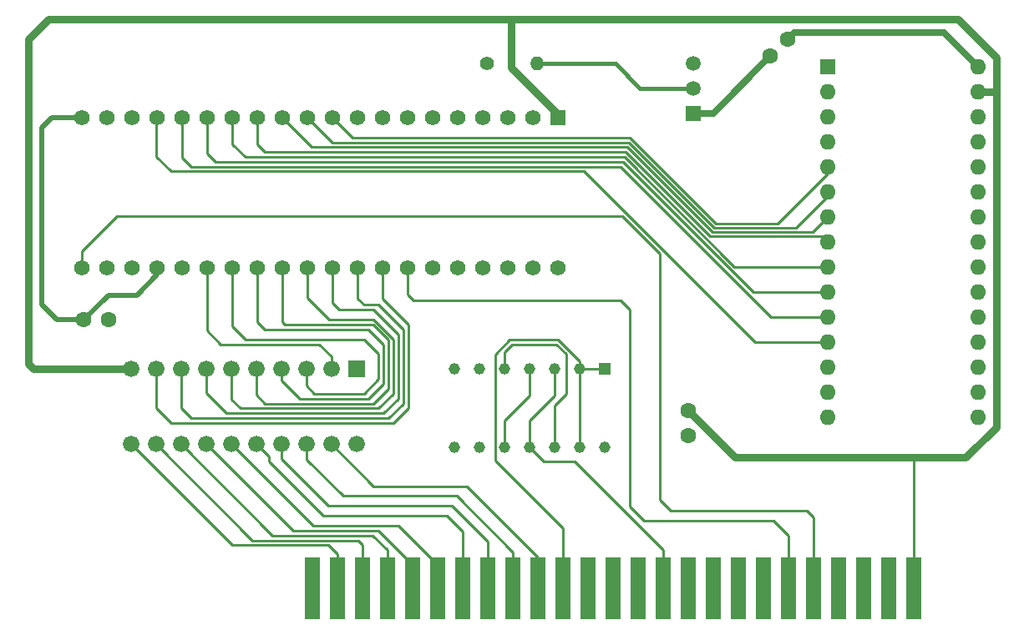
<source format=gbr>
G04 #@! TF.GenerationSoftware,KiCad,Pcbnew,8.99.0-unknown-5c22162d85~178~ubuntu22.04.1*
G04 #@! TF.CreationDate,2024-07-16T15:48:16+01:00*
G04 #@! TF.ProjectId,Leguino,4c656775-696e-46f2-9e6b-696361645f70,1.0.1*
G04 #@! TF.SameCoordinates,Original*
G04 #@! TF.FileFunction,Copper,L2,Bot*
G04 #@! TF.FilePolarity,Positive*
%FSLAX46Y46*%
G04 Gerber Fmt 4.6, Leading zero omitted, Abs format (unit mm)*
G04 Created by KiCad (PCBNEW 8.99.0-unknown-5c22162d85~178~ubuntu22.04.1) date 2024-07-16 15:48:16*
%MOMM*%
%LPD*%
G01*
G04 APERTURE LIST*
G04 #@! TA.AperFunction,SMDPad,CuDef*
%ADD10R,1.524000X6.350000*%
G04 #@! TD*
G04 #@! TA.AperFunction,ComponentPad*
%ADD11C,1.400000*%
G04 #@! TD*
G04 #@! TA.AperFunction,ComponentPad*
%ADD12O,1.400000X1.400000*%
G04 #@! TD*
G04 #@! TA.AperFunction,ComponentPad*
%ADD13C,1.575000*%
G04 #@! TD*
G04 #@! TA.AperFunction,ComponentPad*
%ADD14R,1.575000X1.575000*%
G04 #@! TD*
G04 #@! TA.AperFunction,ComponentPad*
%ADD15R,1.500000X1.500000*%
G04 #@! TD*
G04 #@! TA.AperFunction,ComponentPad*
%ADD16C,1.500000*%
G04 #@! TD*
G04 #@! TA.AperFunction,ComponentPad*
%ADD17R,1.170000X1.170000*%
G04 #@! TD*
G04 #@! TA.AperFunction,ComponentPad*
%ADD18C,1.170000*%
G04 #@! TD*
G04 #@! TA.AperFunction,ComponentPad*
%ADD19R,1.676400X1.676400*%
G04 #@! TD*
G04 #@! TA.AperFunction,ComponentPad*
%ADD20C,1.676400*%
G04 #@! TD*
G04 #@! TA.AperFunction,ComponentPad*
%ADD21R,1.600000X1.600000*%
G04 #@! TD*
G04 #@! TA.AperFunction,ComponentPad*
%ADD22O,1.600000X1.600000*%
G04 #@! TD*
G04 #@! TA.AperFunction,ComponentPad*
%ADD23C,1.600000*%
G04 #@! TD*
G04 #@! TA.AperFunction,Conductor*
%ADD24C,0.250000*%
G04 #@! TD*
G04 #@! TA.AperFunction,Conductor*
%ADD25C,0.700000*%
G04 #@! TD*
G04 #@! TA.AperFunction,Conductor*
%ADD26C,0.800000*%
G04 #@! TD*
G04 #@! TA.AperFunction,Conductor*
%ADD27C,0.500000*%
G04 #@! TD*
G04 #@! TA.AperFunction,Conductor*
%ADD28C,0.400000*%
G04 #@! TD*
G04 APERTURE END LIST*
D10*
X231140000Y-128397000D03*
X228600000Y-128397000D03*
X226060000Y-128397000D03*
X223520000Y-128397000D03*
X220980000Y-128397000D03*
X218440000Y-128397000D03*
X215900000Y-128397000D03*
X213360000Y-128397000D03*
X210820000Y-128397000D03*
X208280000Y-128397000D03*
X205740000Y-128397000D03*
X203200000Y-128397000D03*
X200660000Y-128397000D03*
X198120000Y-128397000D03*
X195580000Y-128397000D03*
X193040000Y-128397000D03*
X190500000Y-128397000D03*
X187960000Y-128397000D03*
X185420000Y-128397000D03*
X182880000Y-128397000D03*
X180340000Y-128397000D03*
X177800000Y-128397000D03*
X175260000Y-128397000D03*
X172720000Y-128397000D03*
X170180000Y-128397000D03*
D11*
X187846396Y-75113604D03*
D12*
X192926396Y-75113604D03*
D13*
X146814490Y-80613604D03*
X156974490Y-95853604D03*
X189994490Y-80613604D03*
X187454490Y-80613604D03*
X184914490Y-80613604D03*
X182374490Y-80613604D03*
X179834490Y-80613604D03*
X177294490Y-80613604D03*
X174754490Y-80613604D03*
X146814490Y-95853604D03*
X149354490Y-95853604D03*
X151894490Y-95853604D03*
X179834490Y-95853604D03*
X182374490Y-95853604D03*
X184914490Y-95853604D03*
X187454490Y-95853604D03*
X189994490Y-95853604D03*
X192534490Y-95853604D03*
X195074490Y-95853604D03*
X151894490Y-80613604D03*
X149354490Y-80613604D03*
X154434490Y-95853604D03*
X177294490Y-95853604D03*
X174754490Y-95853604D03*
X172214490Y-95853604D03*
X169674490Y-95853604D03*
X167134490Y-95853604D03*
X164594490Y-95853604D03*
X162054490Y-95853604D03*
X159514490Y-95853604D03*
X192534490Y-80613604D03*
X172214490Y-80613604D03*
X169674490Y-80613604D03*
X167134490Y-80613604D03*
X164594490Y-80613604D03*
X162054490Y-80613604D03*
X159514490Y-80613604D03*
X156974490Y-80613604D03*
X154434490Y-80613604D03*
D14*
X195074490Y-80613604D03*
D15*
X208746396Y-80153604D03*
D16*
X208746396Y-77613604D03*
X208746396Y-75073604D03*
D17*
X199794490Y-106113604D03*
D18*
X197254490Y-106113604D03*
X194714490Y-106113604D03*
X192174490Y-106113604D03*
X189634490Y-106113604D03*
X187094490Y-106113604D03*
X184554490Y-106113604D03*
X184554490Y-114053604D03*
X187094490Y-114053604D03*
X189634490Y-114053604D03*
X192174490Y-114053604D03*
X194714490Y-114053604D03*
X197254490Y-114053604D03*
X199794490Y-114053604D03*
D19*
X174666396Y-106113604D03*
D20*
X172126396Y-106113604D03*
X169586396Y-106113604D03*
X167046396Y-106113604D03*
X164506396Y-106113604D03*
X161966396Y-106113604D03*
X159426396Y-106113604D03*
X156886396Y-106113604D03*
X154346396Y-106113604D03*
X151806396Y-106113604D03*
X151806396Y-113733604D03*
X154346396Y-113733604D03*
X156886396Y-113733604D03*
X159426396Y-113733604D03*
X161966396Y-113733604D03*
X164506396Y-113733604D03*
X167046396Y-113733604D03*
X169586396Y-113733604D03*
X172126396Y-113733604D03*
X174666396Y-113733604D03*
D21*
X222390000Y-75450000D03*
D22*
X222390000Y-77990000D03*
X222390000Y-80530000D03*
X222390000Y-83070000D03*
X222390000Y-85610000D03*
X222390000Y-88150000D03*
X222390000Y-90690000D03*
X222390000Y-93230000D03*
X222390000Y-95770000D03*
X222390000Y-98310000D03*
X222390000Y-100850000D03*
X222390000Y-103390000D03*
X222390000Y-105930000D03*
X222390000Y-108470000D03*
X222390000Y-111010000D03*
X237630000Y-111010000D03*
X237630000Y-108470000D03*
X237630000Y-105930000D03*
X237630000Y-103390000D03*
X237630000Y-100850000D03*
X237630000Y-98310000D03*
X237630000Y-95770000D03*
X237630000Y-93230000D03*
X237630000Y-90690000D03*
X237630000Y-88150000D03*
X237630000Y-85610000D03*
X237630000Y-83070000D03*
X237630000Y-80530000D03*
X237630000Y-77990000D03*
X237630000Y-75450000D03*
D23*
X208254490Y-110363604D03*
X208254490Y-112863604D03*
X216616116Y-74383884D03*
X218383883Y-72616117D03*
X147004490Y-101113604D03*
X149504490Y-101113604D03*
D24*
X162054490Y-101781698D02*
X163386396Y-103113604D01*
X176386396Y-109613604D02*
X165386396Y-109613604D01*
X194714490Y-114053604D02*
X194714490Y-109785510D01*
X179386396Y-109613604D02*
X177886396Y-111113604D01*
X169586396Y-107813604D02*
X169586396Y-106113604D01*
X167134490Y-95853604D02*
X167134490Y-101361698D01*
X174754490Y-95853604D02*
X174754490Y-98981698D01*
X176386396Y-101613604D02*
X177886396Y-103113604D01*
X159426396Y-108573604D02*
X159426396Y-106113604D01*
X179886396Y-110113604D02*
X178386396Y-111613604D01*
X177886396Y-111113604D02*
X157886396Y-111113604D01*
X189634490Y-104365510D02*
X189634490Y-106113604D01*
X172214490Y-95853604D02*
X172214490Y-99441698D01*
X167134490Y-101361698D02*
X167386396Y-101613604D01*
X175886396Y-109113604D02*
X168886396Y-109113604D01*
X167046396Y-107273604D02*
X167046396Y-106113604D01*
X177386396Y-103613604D02*
X177386396Y-107613604D01*
X177294490Y-99021698D02*
X179886396Y-101613604D01*
X175386396Y-103113604D02*
X176886396Y-104613604D01*
X176886396Y-107113604D02*
X175386396Y-108613604D01*
X160886396Y-103613604D02*
X159514490Y-102241698D01*
X172214490Y-99441698D02*
X172886396Y-100113604D01*
X174754490Y-98981698D02*
X175386396Y-99613604D01*
D25*
X219000000Y-72000000D02*
X234180000Y-72000000D01*
D24*
X162054490Y-95853604D02*
X162054490Y-101781698D01*
X156886396Y-110113604D02*
X157886396Y-111113604D01*
X178386396Y-103113604D02*
X178386396Y-108613604D01*
X175886396Y-102113604D02*
X177386396Y-103613604D01*
X168886396Y-109113604D02*
X167046396Y-107273604D01*
X159514490Y-102241698D02*
X159514490Y-95853604D01*
X155886396Y-111613604D02*
X154386396Y-110113604D01*
X172126396Y-104853604D02*
X170886396Y-103613604D01*
X190386396Y-103613604D02*
X189634490Y-104365510D01*
X169674490Y-95853604D02*
X169674490Y-98901698D01*
X164594490Y-95853604D02*
X164594490Y-101321698D01*
X176386396Y-100113604D02*
X178886396Y-102613604D01*
X178386396Y-108613604D02*
X176886396Y-110113604D01*
X176886396Y-104613604D02*
X176886396Y-107113604D01*
X161966396Y-109193604D02*
X161966396Y-106113604D01*
X194886396Y-103613604D02*
X190386396Y-103613604D01*
X162886396Y-110113604D02*
X161966396Y-109193604D01*
X167386396Y-101613604D02*
X176386396Y-101613604D01*
X154386396Y-110113604D02*
X154346396Y-110073604D01*
X177886396Y-108113604D02*
X176386396Y-109613604D01*
X170386396Y-108613604D02*
X169586396Y-107813604D01*
X156886396Y-110113604D02*
X156886396Y-106113604D01*
X169674490Y-98901698D02*
X171886396Y-101113604D01*
X179386396Y-102113604D02*
X179386396Y-109613604D01*
X170886396Y-103613604D02*
X160886396Y-103613604D01*
X175386396Y-99613604D02*
X176886396Y-99613604D01*
X172126396Y-106113604D02*
X172126396Y-104853604D01*
X176386396Y-101113604D02*
X178386396Y-103113604D01*
X165386396Y-102113604D02*
X175886396Y-102113604D01*
X161466396Y-110613604D02*
X159426396Y-108573604D01*
X178886396Y-109113604D02*
X177386396Y-110613604D01*
D25*
X218383883Y-72616117D02*
X219000000Y-72000000D01*
D24*
X177386396Y-107613604D02*
X175886396Y-109113604D01*
X172886396Y-100113604D02*
X176386396Y-100113604D01*
X154346396Y-110073604D02*
X154346396Y-106113604D01*
X165386396Y-109613604D02*
X164506396Y-108733604D01*
X164594490Y-101321698D02*
X165386396Y-102113604D01*
X177886396Y-103113604D02*
X177886396Y-108113604D01*
X163386396Y-103113604D02*
X175386396Y-103113604D01*
X177294490Y-95853604D02*
X177294490Y-99021698D01*
X176886396Y-99613604D02*
X179386396Y-102113604D01*
X178386396Y-111613604D02*
X155886396Y-111613604D01*
X195886396Y-108613604D02*
X195886396Y-104613604D01*
X171886396Y-101113604D02*
X176386396Y-101113604D01*
X175386396Y-108613604D02*
X170386396Y-108613604D01*
X194714490Y-109785510D02*
X195886396Y-108613604D01*
X177386396Y-110613604D02*
X161466396Y-110613604D01*
X178886396Y-102613604D02*
X178886396Y-109113604D01*
X164506396Y-108733604D02*
X164506396Y-106113604D01*
X195886396Y-104613604D02*
X194886396Y-103613604D01*
D25*
X234180000Y-72000000D02*
X237630000Y-75450000D01*
D24*
X176886396Y-110113604D02*
X162886396Y-110113604D01*
X179886396Y-101613604D02*
X179886396Y-110113604D01*
X172720000Y-128397000D02*
X172720000Y-124920000D01*
X162072792Y-124000000D02*
X151806396Y-113733604D01*
X171800000Y-124000000D02*
X162072792Y-124000000D01*
X172720000Y-124920000D02*
X171800000Y-124000000D01*
X175260000Y-128397000D02*
X175260000Y-123960000D01*
X174800000Y-123500000D02*
X164112792Y-123500000D01*
X175260000Y-123960000D02*
X174800000Y-123500000D01*
X164112792Y-123500000D02*
X154346396Y-113733604D01*
X166152792Y-123000000D02*
X156886396Y-113733604D01*
X176300000Y-123000000D02*
X166152792Y-123000000D01*
X177800000Y-124500000D02*
X176300000Y-123000000D01*
X177800000Y-128397000D02*
X177800000Y-124500000D01*
X168192792Y-122500000D02*
X159426396Y-113733604D01*
X180340000Y-128397000D02*
X180340000Y-125984000D01*
X180340000Y-125984000D02*
X176856000Y-122500000D01*
X176856000Y-122500000D02*
X168192792Y-122500000D01*
X182880000Y-125984000D02*
X178896000Y-122000000D01*
X178896000Y-122000000D02*
X170232792Y-122000000D01*
X182880000Y-128397000D02*
X182880000Y-125984000D01*
X170232792Y-122000000D02*
X161966396Y-113733604D01*
X185420000Y-122620000D02*
X183800000Y-121000000D01*
X171300000Y-121000000D02*
X165800000Y-115500000D01*
X165800000Y-115027208D02*
X164506396Y-113733604D01*
X183800000Y-121000000D02*
X171300000Y-121000000D01*
X185420000Y-128397000D02*
X185420000Y-122620000D01*
X165800000Y-115500000D02*
X165800000Y-115027208D01*
X187960000Y-123660000D02*
X187960000Y-128397000D01*
X167046396Y-113733604D02*
X167046396Y-115246396D01*
X167046396Y-115246396D02*
X171800000Y-120000000D01*
X184300000Y-120000000D02*
X187960000Y-123660000D01*
X171800000Y-120000000D02*
X184300000Y-120000000D01*
X190500000Y-128397000D02*
X190500000Y-124700000D01*
X169586396Y-115286396D02*
X169586396Y-113733604D01*
X173300000Y-119000000D02*
X169586396Y-115286396D01*
X184800000Y-119000000D02*
X173300000Y-119000000D01*
X190500000Y-124700000D02*
X184800000Y-119000000D01*
X185800000Y-118000000D02*
X193040000Y-125240000D01*
X193040000Y-125240000D02*
X193040000Y-128397000D01*
X172126396Y-113733604D02*
X176392792Y-118000000D01*
X176392792Y-118000000D02*
X185800000Y-118000000D01*
X195072792Y-103163604D02*
X190200000Y-103163604D01*
X188724490Y-115424490D02*
X195580000Y-122280000D01*
X197254490Y-106113604D02*
X197254490Y-114053604D01*
X197254490Y-106113604D02*
X197254490Y-105345302D01*
X199794490Y-106113604D02*
X197254490Y-106113604D01*
X195580000Y-122280000D02*
X195580000Y-128397000D01*
X190200000Y-103163604D02*
X188724490Y-104639114D01*
X188724490Y-104639114D02*
X188724490Y-115424490D01*
X197254490Y-105345302D02*
X195072792Y-103163604D01*
X196800000Y-115500000D02*
X205740000Y-124440000D01*
X194714490Y-108785510D02*
X192174490Y-111325510D01*
X192174490Y-111325510D02*
X192174490Y-114053604D01*
X193620886Y-115500000D02*
X196800000Y-115500000D01*
X194714490Y-106113604D02*
X194714490Y-108785510D01*
X205740000Y-124440000D02*
X205740000Y-128397000D01*
X192174490Y-114053604D02*
X193620886Y-115500000D01*
X179834490Y-98561698D02*
X179834490Y-95853604D01*
X218440000Y-123000000D02*
X216940000Y-121500000D01*
X216940000Y-121500000D02*
X203800000Y-121500000D01*
X201386396Y-99113604D02*
X180386396Y-99113604D01*
X202386396Y-120086396D02*
X202386396Y-100113604D01*
X202386396Y-100113604D02*
X201386396Y-99113604D01*
X180386396Y-99113604D02*
X179834490Y-98561698D01*
X203800000Y-121500000D02*
X202386396Y-120086396D01*
X218440000Y-128397000D02*
X218440000Y-123000000D01*
X205386396Y-94386396D02*
X201613604Y-90613604D01*
X146814490Y-94185510D02*
X146814490Y-95853604D01*
X220300000Y-120500000D02*
X206472792Y-120500000D01*
X206472792Y-120500000D02*
X205386396Y-119413604D01*
X205386396Y-119413604D02*
X205386396Y-94386396D01*
X220980000Y-128397000D02*
X220980000Y-121180000D01*
X150386396Y-90613604D02*
X146814490Y-94185510D01*
X220980000Y-121180000D02*
X220300000Y-120500000D01*
X201613604Y-90613604D02*
X150386396Y-90613604D01*
D26*
X190300000Y-75500000D02*
X190300000Y-70613604D01*
X239500000Y-74500000D02*
X235613604Y-70613604D01*
D24*
X231140000Y-115253604D02*
X231000000Y-115113604D01*
D26*
X239500000Y-78000000D02*
X238800000Y-78000000D01*
X141386396Y-72613604D02*
X141386396Y-105613604D01*
X143386396Y-70613604D02*
X141386396Y-72613604D01*
X236386396Y-115113604D02*
X239500000Y-112000000D01*
X141386396Y-105613604D02*
X141886396Y-106113604D01*
X141886396Y-106113604D02*
X151806396Y-106113604D01*
X239500000Y-78000000D02*
X239500000Y-74500000D01*
X195074490Y-80613604D02*
X195074490Y-80274490D01*
X208254490Y-110363604D02*
X213004490Y-115113604D01*
X235613604Y-70613604D02*
X190300000Y-70613604D01*
X238790000Y-77990000D02*
X237630000Y-77990000D01*
X190300000Y-70613604D02*
X143386396Y-70613604D01*
X195074490Y-80274490D02*
X190300000Y-75500000D01*
D24*
X231140000Y-128397000D02*
X231140000Y-115253604D01*
D26*
X238800000Y-78000000D02*
X238790000Y-77990000D01*
X239500000Y-112000000D02*
X239500000Y-78000000D01*
X213004490Y-115113604D02*
X236386396Y-115113604D01*
D27*
X152386396Y-98613604D02*
X154434490Y-96565510D01*
D25*
X208746396Y-80153604D02*
X210846396Y-80153604D01*
D27*
X147004490Y-101113604D02*
X149504490Y-98613604D01*
D25*
X210846396Y-80153604D02*
X216616116Y-74383884D01*
D24*
X189634490Y-111365510D02*
X189634490Y-114053604D01*
X192174490Y-108825510D02*
X189634490Y-111365510D01*
D27*
X142754490Y-99613604D02*
X144254490Y-101113604D01*
X143754490Y-80613604D02*
X142754490Y-81613604D01*
X149504490Y-98613604D02*
X152386396Y-98613604D01*
D24*
X192174490Y-106113604D02*
X192174490Y-108825510D01*
D27*
X146814490Y-80613604D02*
X143754490Y-80613604D01*
X144254490Y-101113604D02*
X147004490Y-101113604D01*
X142754490Y-81613604D02*
X142754490Y-99613604D01*
X154434490Y-96565510D02*
X154434490Y-95853604D01*
D24*
X222390000Y-103390000D02*
X215026396Y-103390000D01*
X215026396Y-103390000D02*
X197700000Y-86063604D01*
X197700000Y-86063604D02*
X155836396Y-86063604D01*
X155836396Y-86063604D02*
X154386396Y-84613604D01*
X222390000Y-103390000D02*
X222390000Y-103814490D01*
X154386396Y-84613604D02*
X154386396Y-80661698D01*
X154386396Y-80661698D02*
X154434490Y-80613604D01*
X222390000Y-100850000D02*
X216650000Y-100850000D01*
X216650000Y-100850000D02*
X201413604Y-85613604D01*
X201413604Y-85613604D02*
X157886396Y-85613604D01*
X156974490Y-84701698D02*
X156974490Y-80613604D01*
X157886396Y-85613604D02*
X156974490Y-84701698D01*
X160386396Y-85113604D02*
X159514490Y-84241698D01*
X222390000Y-98310000D02*
X214875508Y-98310000D01*
X201679112Y-85113604D02*
X160386396Y-85113604D01*
X159514490Y-84241698D02*
X159514490Y-80613604D01*
X222390000Y-98734490D02*
X222390000Y-98310000D01*
X214875508Y-98310000D02*
X201679112Y-85113604D01*
X212971904Y-95770000D02*
X222390000Y-95770000D01*
X201815508Y-84613604D02*
X212971904Y-95770000D01*
X163386396Y-84613604D02*
X201815508Y-84613604D01*
X162054490Y-83281698D02*
X163386396Y-84613604D01*
X162054490Y-80613604D02*
X162054490Y-83281698D01*
X164594490Y-83321698D02*
X164594490Y-80613604D01*
X210513300Y-92675000D02*
X201951904Y-84113604D01*
X222390000Y-93230000D02*
X221835000Y-92675000D01*
X222390000Y-93230000D02*
X222390000Y-93654490D01*
X221835000Y-92675000D02*
X210513300Y-92675000D01*
X165386396Y-84113604D02*
X164594490Y-83321698D01*
X201951904Y-84113604D02*
X165386396Y-84113604D01*
X210699696Y-92225000D02*
X202088300Y-83613604D01*
X170134490Y-83613604D02*
X167134490Y-80613604D01*
X220855000Y-92225000D02*
X210699696Y-92225000D01*
X202088300Y-83613604D02*
X170134490Y-83613604D01*
X222390000Y-90690000D02*
X220855000Y-92225000D01*
X219189490Y-91775000D02*
X217528123Y-91775000D01*
X217528123Y-91775000D02*
X210886092Y-91775000D01*
X222390000Y-88150000D02*
X222390000Y-88574490D01*
X210886092Y-91775000D02*
X202224696Y-83113604D01*
X172174490Y-83113604D02*
X169674490Y-80613604D01*
X202224696Y-83113604D02*
X172174490Y-83113604D01*
X222390000Y-88574490D02*
X219189490Y-91775000D01*
X174214490Y-82613604D02*
X172214490Y-80613604D01*
X217341727Y-91325000D02*
X211072488Y-91325000D01*
X211072488Y-91325000D02*
X202361092Y-82613604D01*
X222390000Y-85610000D02*
X222390000Y-86276727D01*
X222390000Y-86276727D02*
X217341727Y-91325000D01*
X202361092Y-82613604D02*
X174214490Y-82613604D01*
D28*
X203386396Y-77613604D02*
X208746396Y-77613604D01*
X192926396Y-75113604D02*
X200886396Y-75113604D01*
X200886396Y-75113604D02*
X203386396Y-77613604D01*
M02*

</source>
